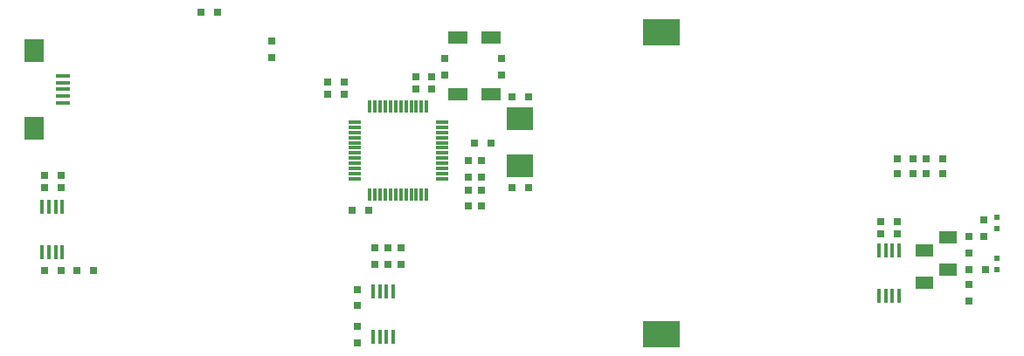
<source format=gbp>
G04 #@! TF.FileFunction,Paste,Bot*
%FSLAX46Y46*%
G04 Gerber Fmt 4.6, Leading zero omitted, Abs format (unit mm)*
G04 Created by KiCad (PCBNEW 0.201503020946+5465~21~ubuntu14.04.1-product) date Mon 30 Mar 2015 02:09:57 BST*
%MOMM*%
G01*
G04 APERTURE LIST*
%ADD10C,0.100000*%
%ADD11R,3.600000X2.600000*%
%ADD12R,0.800000X0.800000*%
%ADD13R,1.700000X1.200000*%
%ADD14R,1.400000X0.400000*%
%ADD15R,1.900000X2.300000*%
%ADD16R,0.500000X0.600000*%
%ADD17R,1.200000X0.300000*%
%ADD18R,0.300000X1.200000*%
%ADD19R,0.400000X1.400000*%
%ADD20R,2.500000X2.300000*%
%ADD21R,1.900000X1.300000*%
G04 APERTURE END LIST*
D10*
D11*
X112200000Y-136250000D03*
X112200000Y-106950000D03*
D12*
X135050000Y-120650000D03*
X136650000Y-120650000D03*
X81500000Y-111800000D03*
X79900000Y-111800000D03*
X90000000Y-111250000D03*
X88400000Y-111250000D03*
X94750000Y-121000000D03*
X94750000Y-119400000D03*
X90000000Y-112500000D03*
X88400000Y-112500000D03*
X81500000Y-113000000D03*
X79900000Y-113000000D03*
X93500000Y-121000000D03*
X93500000Y-119400000D03*
X137850000Y-120650000D03*
X139450000Y-120650000D03*
X74450000Y-107800000D03*
X74450000Y-109400000D03*
X97750000Y-113250000D03*
X99350000Y-113250000D03*
X97750000Y-122000000D03*
X99350000Y-122000000D03*
X91250000Y-109500000D03*
X91250000Y-111100000D03*
X96750000Y-109500000D03*
X96750000Y-111100000D03*
X135100000Y-126500000D03*
X133500000Y-126500000D03*
X135100000Y-125300000D03*
X133500000Y-125300000D03*
D13*
X140000000Y-130000000D03*
X140000000Y-126900000D03*
D12*
X142000000Y-126750000D03*
X142000000Y-128350000D03*
X93500000Y-122250000D03*
X93500000Y-123850000D03*
X69250000Y-105000000D03*
X67650000Y-105000000D03*
D13*
X137750000Y-131250000D03*
X137750000Y-128150000D03*
D12*
X52425000Y-130075000D03*
X54025000Y-130075000D03*
X57200000Y-130100000D03*
X55600000Y-130100000D03*
X52425000Y-122075000D03*
X54025000Y-122075000D03*
X52425000Y-120875000D03*
X54025000Y-120875000D03*
D14*
X54200000Y-113800000D03*
X54200000Y-113150000D03*
X54200000Y-112500000D03*
X54200000Y-111850000D03*
X54200000Y-111200000D03*
D15*
X51450000Y-116250000D03*
X51450000Y-108750000D03*
D16*
X144750000Y-126000000D03*
X144750000Y-124900000D03*
X144750000Y-130000000D03*
X144750000Y-128900000D03*
D17*
X90975000Y-115675000D03*
X90975000Y-116175000D03*
X90975000Y-116675000D03*
X90975000Y-117175000D03*
X90975000Y-117675000D03*
X90975000Y-118175000D03*
X90975000Y-118675000D03*
X90975000Y-119175000D03*
X90975000Y-119675000D03*
X90975000Y-120175000D03*
X90975000Y-120675000D03*
X90975000Y-121175000D03*
D18*
X89475000Y-122675000D03*
X88975000Y-122675000D03*
X88475000Y-122675000D03*
X87975000Y-122675000D03*
X87475000Y-122675000D03*
X86975000Y-122675000D03*
X86475000Y-122675000D03*
X85975000Y-122675000D03*
X85475000Y-122675000D03*
X84975000Y-122675000D03*
X84475000Y-122675000D03*
X83975000Y-122675000D03*
D17*
X82475000Y-121175000D03*
X82475000Y-120675000D03*
X82475000Y-120175000D03*
X82475000Y-119675000D03*
X82475000Y-119175000D03*
X82475000Y-118675000D03*
X82475000Y-118175000D03*
X82475000Y-117675000D03*
X82475000Y-117175000D03*
X82475000Y-116675000D03*
X82475000Y-116175000D03*
X82475000Y-115675000D03*
D18*
X83975000Y-114175000D03*
X84475000Y-114175000D03*
X84975000Y-114175000D03*
X85475000Y-114175000D03*
X85975000Y-114175000D03*
X86475000Y-114175000D03*
X86975000Y-114175000D03*
X87475000Y-114175000D03*
X87975000Y-114175000D03*
X88475000Y-114175000D03*
X88975000Y-114175000D03*
X89475000Y-114175000D03*
D19*
X135250000Y-132500000D03*
X134600000Y-132500000D03*
X133950000Y-132500000D03*
X133300000Y-132500000D03*
X133300000Y-128100000D03*
X133950000Y-128100000D03*
X134600000Y-128100000D03*
X135250000Y-128100000D03*
X52225000Y-123875000D03*
X52875000Y-123875000D03*
X53525000Y-123875000D03*
X54175000Y-123875000D03*
X54175000Y-128275000D03*
X53525000Y-128275000D03*
X52875000Y-128275000D03*
X52225000Y-128275000D03*
D12*
X136650000Y-119200000D03*
X135050000Y-119200000D03*
X137850000Y-119200000D03*
X139450000Y-119200000D03*
X95750000Y-117750000D03*
X94150000Y-117750000D03*
X143500000Y-126750000D03*
X143500000Y-125150000D03*
X94750000Y-122250000D03*
X94750000Y-123850000D03*
X142000000Y-130000000D03*
X143600000Y-130000000D03*
X142000000Y-133000000D03*
X142000000Y-131400000D03*
D20*
X98475000Y-119875000D03*
X98475000Y-115375000D03*
D12*
X82250000Y-124250000D03*
X83850000Y-124250000D03*
X82800000Y-135500000D03*
X82800000Y-137100000D03*
X87000000Y-129500000D03*
X87000000Y-127900000D03*
X82750000Y-133500000D03*
X82750000Y-131900000D03*
X84500000Y-129500000D03*
X84500000Y-127900000D03*
D19*
X86250000Y-136500000D03*
X85600000Y-136500000D03*
X84950000Y-136500000D03*
X84300000Y-136500000D03*
X84300000Y-132100000D03*
X84950000Y-132100000D03*
X85600000Y-132100000D03*
X86250000Y-132100000D03*
D12*
X85750000Y-129500000D03*
X85750000Y-127900000D03*
D21*
X92500000Y-113000000D03*
X92500000Y-107500000D03*
X95700000Y-113000000D03*
X95700000Y-107500000D03*
M02*

</source>
